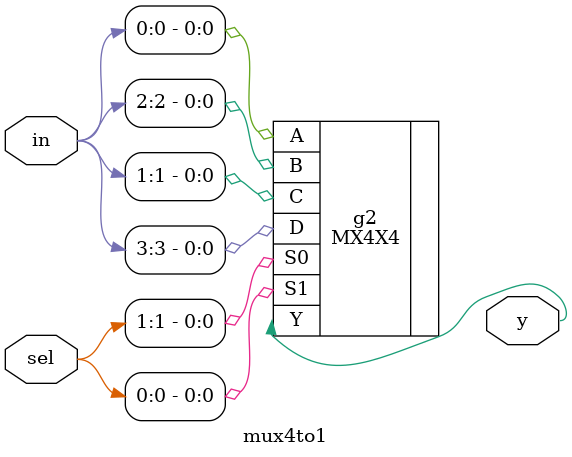
<source format=v>


// Verification Directory fv/mux4to1 

module mux4to1(in, sel, y);
  input [3:0] in;
  input [1:0] sel;
  output y;
  wire [3:0] in;
  wire [1:0] sel;
  wire y;
  MX4X4 g2(.A (in[0]), .B (in[2]), .C (in[1]), .D (in[3]), .S0
       (sel[1]), .S1 (sel[0]), .Y (y));
endmodule


</source>
